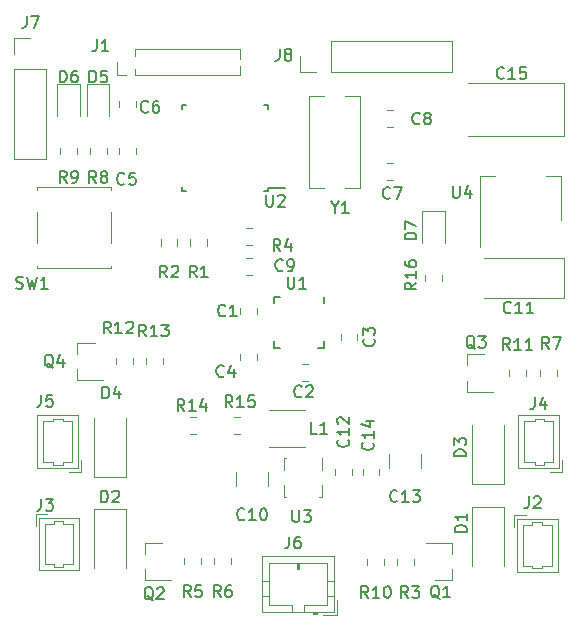
<source format=gbr>
G04 #@! TF.GenerationSoftware,KiCad,Pcbnew,(5.1.5-0-10_14)*
G04 #@! TF.CreationDate,2020-06-08T21:05:12+09:00*
G04 #@! TF.ProjectId,controller_system,636f6e74-726f-46c6-9c65-725f73797374,rev?*
G04 #@! TF.SameCoordinates,Original*
G04 #@! TF.FileFunction,Legend,Top*
G04 #@! TF.FilePolarity,Positive*
%FSLAX46Y46*%
G04 Gerber Fmt 4.6, Leading zero omitted, Abs format (unit mm)*
G04 Created by KiCad (PCBNEW (5.1.5-0-10_14)) date 2020-06-08 21:05:12*
%MOMM*%
%LPD*%
G04 APERTURE LIST*
%ADD10C,0.120000*%
%ADD11C,0.150000*%
G04 APERTURE END LIST*
D10*
X159485000Y-84610000D02*
X159485000Y-83807530D01*
X159485000Y-83192470D02*
X159485000Y-82390000D01*
X150660000Y-84610000D02*
X159485000Y-84610000D01*
X150660000Y-82390000D02*
X159485000Y-82390000D01*
X150660000Y-84610000D02*
X150660000Y-84063471D01*
X150660000Y-82936529D02*
X150660000Y-82390000D01*
X149900000Y-84610000D02*
X149140000Y-84610000D01*
X149140000Y-84610000D02*
X149140000Y-83500000D01*
X147140000Y-118580000D02*
X147140000Y-113600000D01*
X149860000Y-118580000D02*
X149860000Y-113600000D01*
X147140000Y-118580000D02*
X149860000Y-118580000D01*
X179140000Y-119180000D02*
X179140000Y-114200000D01*
X181860000Y-119180000D02*
X181860000Y-114200000D01*
X179140000Y-119180000D02*
X181860000Y-119180000D01*
X149860000Y-121320000D02*
X149860000Y-126300000D01*
X147140000Y-121320000D02*
X147140000Y-126300000D01*
X149860000Y-121320000D02*
X147140000Y-121320000D01*
X181860000Y-121170000D02*
X181860000Y-126150000D01*
X179140000Y-121170000D02*
X179140000Y-126150000D01*
X181860000Y-121170000D02*
X179140000Y-121170000D01*
D11*
X161875000Y-94375000D02*
X161875000Y-94150000D01*
X154625000Y-94375000D02*
X154625000Y-94050000D01*
X154625000Y-87125000D02*
X154625000Y-87450000D01*
X161875000Y-87125000D02*
X161875000Y-87450000D01*
X161875000Y-94375000D02*
X161550000Y-94375000D01*
X161875000Y-87125000D02*
X161550000Y-87125000D01*
X154625000Y-87125000D02*
X154950000Y-87125000D01*
X154625000Y-94375000D02*
X154950000Y-94375000D01*
X161875000Y-94150000D02*
X163300000Y-94150000D01*
D10*
X159540000Y-104303922D02*
X159540000Y-104821078D01*
X160960000Y-104303922D02*
X160960000Y-104821078D01*
X165258578Y-110460000D02*
X164741422Y-110460000D01*
X165258578Y-109040000D02*
X164741422Y-109040000D01*
X169460000Y-107008578D02*
X169460000Y-106491422D01*
X168040000Y-107008578D02*
X168040000Y-106491422D01*
X159540000Y-108696078D02*
X159540000Y-108178922D01*
X160960000Y-108696078D02*
X160960000Y-108178922D01*
X150710000Y-90741422D02*
X150710000Y-91258578D01*
X149290000Y-90741422D02*
X149290000Y-91258578D01*
X150710000Y-86741422D02*
X150710000Y-87258578D01*
X149290000Y-86741422D02*
X149290000Y-87258578D01*
X172508578Y-93460000D02*
X171991422Y-93460000D01*
X172508578Y-92040000D02*
X171991422Y-92040000D01*
X172508578Y-88960000D02*
X171991422Y-88960000D01*
X172508578Y-87540000D02*
X171991422Y-87540000D01*
X159991422Y-100040000D02*
X160508578Y-100040000D01*
X159991422Y-101460000D02*
X160508578Y-101460000D01*
X159140000Y-118201416D02*
X159140000Y-119405544D01*
X161860000Y-118201416D02*
X161860000Y-119405544D01*
X186960000Y-100040000D02*
X180200000Y-100040000D01*
X186960000Y-103460000D02*
X186960000Y-100040000D01*
X180200000Y-103460000D02*
X186960000Y-103460000D01*
X169010000Y-117906902D02*
X169010000Y-118424058D01*
X167590000Y-117906902D02*
X167590000Y-118424058D01*
X174860000Y-116647936D02*
X174860000Y-117852064D01*
X172140000Y-116647936D02*
X172140000Y-117852064D01*
X169890000Y-117906902D02*
X169890000Y-118424058D01*
X171310000Y-117906902D02*
X171310000Y-118424058D01*
X186910000Y-85240000D02*
X178850000Y-85240000D01*
X186910000Y-89760000D02*
X186910000Y-85240000D01*
X178850000Y-89760000D02*
X186910000Y-89760000D01*
X148460000Y-88000000D02*
X148460000Y-85315000D01*
X148460000Y-85315000D02*
X146540000Y-85315000D01*
X146540000Y-85315000D02*
X146540000Y-88000000D01*
X144040000Y-85315000D02*
X144040000Y-88000000D01*
X145960000Y-85315000D02*
X144040000Y-85315000D01*
X145960000Y-88000000D02*
X145960000Y-85315000D01*
X174940000Y-96115000D02*
X174940000Y-98800000D01*
X176860000Y-96115000D02*
X174940000Y-96115000D01*
X176860000Y-98800000D02*
X176860000Y-96115000D01*
X182700000Y-121850000D02*
X182700000Y-122850000D01*
X182700000Y-121850000D02*
X183700000Y-121850000D01*
X185900000Y-126100000D02*
X185900000Y-124375000D01*
X185050000Y-126100000D02*
X185900000Y-126100000D01*
X185050000Y-126300000D02*
X185050000Y-126100000D01*
X184250000Y-126300000D02*
X185050000Y-126300000D01*
X184250000Y-126100000D02*
X184250000Y-126300000D01*
X183500000Y-126100000D02*
X184250000Y-126100000D01*
X183500000Y-124375000D02*
X183500000Y-126100000D01*
X185900000Y-122650000D02*
X185900000Y-124375000D01*
X185050000Y-122650000D02*
X185900000Y-122650000D01*
X185050000Y-122450000D02*
X185050000Y-122650000D01*
X184250000Y-122450000D02*
X185050000Y-122450000D01*
X184250000Y-122650000D02*
X184250000Y-122450000D01*
X183500000Y-122650000D02*
X184250000Y-122650000D01*
X183500000Y-124375000D02*
X183500000Y-122650000D01*
X186410000Y-126610000D02*
X186410000Y-122140000D01*
X182990000Y-126610000D02*
X186410000Y-126610000D01*
X182990000Y-122140000D02*
X182990000Y-126610000D01*
X186410000Y-122140000D02*
X182990000Y-122140000D01*
X142200000Y-121750000D02*
X142200000Y-122750000D01*
X142200000Y-121750000D02*
X143200000Y-121750000D01*
X145400000Y-126000000D02*
X145400000Y-124275000D01*
X144550000Y-126000000D02*
X145400000Y-126000000D01*
X144550000Y-126200000D02*
X144550000Y-126000000D01*
X143750000Y-126200000D02*
X144550000Y-126200000D01*
X143750000Y-126000000D02*
X143750000Y-126200000D01*
X143000000Y-126000000D02*
X143750000Y-126000000D01*
X143000000Y-124275000D02*
X143000000Y-126000000D01*
X145400000Y-122550000D02*
X145400000Y-124275000D01*
X144550000Y-122550000D02*
X145400000Y-122550000D01*
X144550000Y-122350000D02*
X144550000Y-122550000D01*
X143750000Y-122350000D02*
X144550000Y-122350000D01*
X143750000Y-122550000D02*
X143750000Y-122350000D01*
X143000000Y-122550000D02*
X143750000Y-122550000D01*
X143000000Y-124275000D02*
X143000000Y-122550000D01*
X145910000Y-126510000D02*
X145910000Y-122040000D01*
X142490000Y-126510000D02*
X145910000Y-126510000D01*
X142490000Y-122040000D02*
X142490000Y-126510000D01*
X145910000Y-122040000D02*
X142490000Y-122040000D01*
X183090000Y-117860000D02*
X186510000Y-117860000D01*
X186510000Y-117860000D02*
X186510000Y-113390000D01*
X186510000Y-113390000D02*
X183090000Y-113390000D01*
X183090000Y-113390000D02*
X183090000Y-117860000D01*
X186000000Y-115625000D02*
X186000000Y-117350000D01*
X186000000Y-117350000D02*
X185250000Y-117350000D01*
X185250000Y-117350000D02*
X185250000Y-117550000D01*
X185250000Y-117550000D02*
X184450000Y-117550000D01*
X184450000Y-117550000D02*
X184450000Y-117350000D01*
X184450000Y-117350000D02*
X183600000Y-117350000D01*
X183600000Y-117350000D02*
X183600000Y-115625000D01*
X186000000Y-115625000D02*
X186000000Y-113900000D01*
X186000000Y-113900000D02*
X185250000Y-113900000D01*
X185250000Y-113900000D02*
X185250000Y-113700000D01*
X185250000Y-113700000D02*
X184450000Y-113700000D01*
X184450000Y-113700000D02*
X184450000Y-113900000D01*
X184450000Y-113900000D02*
X183600000Y-113900000D01*
X183600000Y-113900000D02*
X183600000Y-115625000D01*
X186800000Y-118150000D02*
X185800000Y-118150000D01*
X186800000Y-118150000D02*
X186800000Y-117150000D01*
X146050000Y-118150000D02*
X146050000Y-117150000D01*
X146050000Y-118150000D02*
X145050000Y-118150000D01*
X142850000Y-113900000D02*
X142850000Y-115625000D01*
X143700000Y-113900000D02*
X142850000Y-113900000D01*
X143700000Y-113700000D02*
X143700000Y-113900000D01*
X144500000Y-113700000D02*
X143700000Y-113700000D01*
X144500000Y-113900000D02*
X144500000Y-113700000D01*
X145250000Y-113900000D02*
X144500000Y-113900000D01*
X145250000Y-115625000D02*
X145250000Y-113900000D01*
X142850000Y-117350000D02*
X142850000Y-115625000D01*
X143700000Y-117350000D02*
X142850000Y-117350000D01*
X143700000Y-117550000D02*
X143700000Y-117350000D01*
X144500000Y-117550000D02*
X143700000Y-117550000D01*
X144500000Y-117350000D02*
X144500000Y-117550000D01*
X145250000Y-117350000D02*
X144500000Y-117350000D01*
X145250000Y-115625000D02*
X145250000Y-117350000D01*
X142340000Y-113390000D02*
X142340000Y-117860000D01*
X145760000Y-113390000D02*
X142340000Y-113390000D01*
X145760000Y-117860000D02*
X145760000Y-113390000D01*
X142340000Y-117860000D02*
X145760000Y-117860000D01*
X167460000Y-130010000D02*
X167460000Y-125290000D01*
X167460000Y-125290000D02*
X161340000Y-125290000D01*
X161340000Y-125290000D02*
X161340000Y-130010000D01*
X161340000Y-130010000D02*
X167460000Y-130010000D01*
X165700000Y-130010000D02*
X165700000Y-130210000D01*
X165700000Y-130210000D02*
X166000000Y-130210000D01*
X166000000Y-130210000D02*
X166000000Y-130010000D01*
X165700000Y-130110000D02*
X166000000Y-130110000D01*
X164900000Y-130010000D02*
X164900000Y-129400000D01*
X164900000Y-129400000D02*
X166850000Y-129400000D01*
X166850000Y-129400000D02*
X166850000Y-125900000D01*
X166850000Y-125900000D02*
X161950000Y-125900000D01*
X161950000Y-125900000D02*
X161950000Y-129400000D01*
X161950000Y-129400000D02*
X163900000Y-129400000D01*
X163900000Y-129400000D02*
X163900000Y-130010000D01*
X167460000Y-128700000D02*
X166850000Y-128700000D01*
X167460000Y-127400000D02*
X166850000Y-127400000D01*
X161340000Y-128700000D02*
X161950000Y-128700000D01*
X161340000Y-127400000D02*
X161950000Y-127400000D01*
X164500000Y-125900000D02*
X164500000Y-126400000D01*
X164500000Y-126400000D02*
X164300000Y-126400000D01*
X164300000Y-126400000D02*
X164300000Y-125900000D01*
X164400000Y-125900000D02*
X164400000Y-126400000D01*
X166510000Y-130310000D02*
X167760000Y-130310000D01*
X167760000Y-130310000D02*
X167760000Y-129060000D01*
X140420000Y-91700000D02*
X143080000Y-91700000D01*
X140420000Y-84020000D02*
X140420000Y-91700000D01*
X143080000Y-84020000D02*
X143080000Y-91700000D01*
X140420000Y-84020000D02*
X143080000Y-84020000D01*
X140420000Y-82750000D02*
X140420000Y-81420000D01*
X140420000Y-81420000D02*
X141750000Y-81420000D01*
X177450000Y-84330000D02*
X177450000Y-81670000D01*
X167230000Y-84330000D02*
X177450000Y-84330000D01*
X167230000Y-81670000D02*
X177450000Y-81670000D01*
X167230000Y-84330000D02*
X167230000Y-81670000D01*
X165960000Y-84330000D02*
X164630000Y-84330000D01*
X164630000Y-84330000D02*
X164630000Y-83000000D01*
X162000000Y-112900000D02*
X165000000Y-112900000D01*
X162000000Y-116100000D02*
X165000000Y-116100000D01*
X177460000Y-127330000D02*
X176000000Y-127330000D01*
X177460000Y-124170000D02*
X175300000Y-124170000D01*
X177460000Y-124170000D02*
X177460000Y-125100000D01*
X177460000Y-127330000D02*
X177460000Y-126400000D01*
X151490000Y-124170000D02*
X151490000Y-125100000D01*
X151490000Y-127330000D02*
X151490000Y-126400000D01*
X151490000Y-127330000D02*
X153650000Y-127330000D01*
X151490000Y-124170000D02*
X152950000Y-124170000D01*
X178740000Y-108220000D02*
X180200000Y-108220000D01*
X178740000Y-111380000D02*
X180900000Y-111380000D01*
X178740000Y-111380000D02*
X178740000Y-110450000D01*
X178740000Y-108220000D02*
X178740000Y-109150000D01*
X145740000Y-107220000D02*
X145740000Y-108150000D01*
X145740000Y-110380000D02*
X145740000Y-109450000D01*
X145740000Y-110380000D02*
X147900000Y-110380000D01*
X145740000Y-107220000D02*
X147200000Y-107220000D01*
X156710000Y-99008578D02*
X156710000Y-98491422D01*
X155290000Y-99008578D02*
X155290000Y-98491422D01*
X154210000Y-99008578D02*
X154210000Y-98491422D01*
X152790000Y-99008578D02*
X152790000Y-98491422D01*
X174210000Y-126058578D02*
X174210000Y-125541422D01*
X172790000Y-126058578D02*
X172790000Y-125541422D01*
X160508578Y-97540000D02*
X159991422Y-97540000D01*
X160508578Y-98960000D02*
X159991422Y-98960000D01*
X154790000Y-125491422D02*
X154790000Y-126008578D01*
X156210000Y-125491422D02*
X156210000Y-126008578D01*
X157290000Y-126008578D02*
X157290000Y-125491422D01*
X158710000Y-126008578D02*
X158710000Y-125491422D01*
X186310000Y-110058578D02*
X186310000Y-109541422D01*
X184890000Y-110058578D02*
X184890000Y-109541422D01*
X146790000Y-90741422D02*
X146790000Y-91258578D01*
X148210000Y-90741422D02*
X148210000Y-91258578D01*
X145710000Y-90741422D02*
X145710000Y-91258578D01*
X144290000Y-90741422D02*
X144290000Y-91258578D01*
X171710000Y-125541422D02*
X171710000Y-126058578D01*
X170290000Y-125541422D02*
X170290000Y-126058578D01*
X183710000Y-109541422D02*
X183710000Y-110058578D01*
X182290000Y-109541422D02*
X182290000Y-110058578D01*
X150460000Y-109058578D02*
X150460000Y-108541422D01*
X149040000Y-109058578D02*
X149040000Y-108541422D01*
X152960000Y-108541422D02*
X152960000Y-109058578D01*
X151540000Y-108541422D02*
X151540000Y-109058578D01*
X155241422Y-114960000D02*
X155758578Y-114960000D01*
X155241422Y-113540000D02*
X155758578Y-113540000D01*
X158991422Y-113540000D02*
X159508578Y-113540000D01*
X158991422Y-114960000D02*
X159508578Y-114960000D01*
X175190000Y-101478922D02*
X175190000Y-101996078D01*
X176610000Y-101478922D02*
X176610000Y-101996078D01*
D11*
X166650000Y-107650000D02*
X166125000Y-107650000D01*
X162350000Y-103350000D02*
X162875000Y-103350000D01*
X162350000Y-107650000D02*
X162875000Y-107650000D01*
X166650000Y-103350000D02*
X166650000Y-103875000D01*
X162350000Y-103350000D02*
X162350000Y-103875000D01*
X162350000Y-107650000D02*
X162350000Y-107125000D01*
X166650000Y-107650000D02*
X166650000Y-107125000D01*
D10*
X163215881Y-119304881D02*
X163215881Y-120279881D01*
X166465881Y-117029881D02*
X166465881Y-118004881D01*
X166465881Y-119304881D02*
X166465881Y-120279881D01*
X163215881Y-117029881D02*
X163215881Y-118004881D01*
X166240881Y-120279881D02*
X166465881Y-120279881D01*
X163440881Y-120279881D02*
X163215881Y-120279881D01*
X163215881Y-117029881D02*
X163440881Y-117029881D01*
X179840000Y-99100000D02*
X179840000Y-93090000D01*
X186660000Y-96850000D02*
X186660000Y-93090000D01*
X179840000Y-93090000D02*
X181100000Y-93090000D01*
X186660000Y-93090000D02*
X185400000Y-93090000D01*
X165330000Y-94170000D02*
X165330000Y-86330000D01*
X165330000Y-94170000D02*
X166600000Y-94170000D01*
X165330000Y-86330000D02*
X166600000Y-86330000D01*
X169670000Y-94170000D02*
X169670000Y-86330000D01*
X169670000Y-94170000D02*
X168400000Y-94170000D01*
X169670000Y-86330000D02*
X168400000Y-86330000D01*
X142325000Y-94300000D02*
X142325000Y-94050000D01*
X142325000Y-94050000D02*
X148625000Y-94050000D01*
X148625000Y-94050000D02*
X148625000Y-94300000D01*
X142325000Y-98800000D02*
X142325000Y-96200000D01*
X148625000Y-100700000D02*
X148625000Y-100950000D01*
X148625000Y-100950000D02*
X142325000Y-100950000D01*
X142325000Y-100950000D02*
X142325000Y-100700000D01*
X148625000Y-96200000D02*
X148625000Y-98800000D01*
D11*
X147366666Y-81552380D02*
X147366666Y-82266666D01*
X147319047Y-82409523D01*
X147223809Y-82504761D01*
X147080952Y-82552380D01*
X146985714Y-82552380D01*
X148366666Y-82552380D02*
X147795238Y-82552380D01*
X148080952Y-82552380D02*
X148080952Y-81552380D01*
X147985714Y-81695238D01*
X147890476Y-81790476D01*
X147795238Y-81838095D01*
X147861904Y-111952380D02*
X147861904Y-110952380D01*
X148100000Y-110952380D01*
X148242857Y-111000000D01*
X148338095Y-111095238D01*
X148385714Y-111190476D01*
X148433333Y-111380952D01*
X148433333Y-111523809D01*
X148385714Y-111714285D01*
X148338095Y-111809523D01*
X148242857Y-111904761D01*
X148100000Y-111952380D01*
X147861904Y-111952380D01*
X149290476Y-111285714D02*
X149290476Y-111952380D01*
X149052380Y-110904761D02*
X148814285Y-111619047D01*
X149433333Y-111619047D01*
X178652380Y-116838095D02*
X177652380Y-116838095D01*
X177652380Y-116600000D01*
X177700000Y-116457142D01*
X177795238Y-116361904D01*
X177890476Y-116314285D01*
X178080952Y-116266666D01*
X178223809Y-116266666D01*
X178414285Y-116314285D01*
X178509523Y-116361904D01*
X178604761Y-116457142D01*
X178652380Y-116600000D01*
X178652380Y-116838095D01*
X177652380Y-115933333D02*
X177652380Y-115314285D01*
X178033333Y-115647619D01*
X178033333Y-115504761D01*
X178080952Y-115409523D01*
X178128571Y-115361904D01*
X178223809Y-115314285D01*
X178461904Y-115314285D01*
X178557142Y-115361904D01*
X178604761Y-115409523D01*
X178652380Y-115504761D01*
X178652380Y-115790476D01*
X178604761Y-115885714D01*
X178557142Y-115933333D01*
X147761904Y-120752380D02*
X147761904Y-119752380D01*
X148000000Y-119752380D01*
X148142857Y-119800000D01*
X148238095Y-119895238D01*
X148285714Y-119990476D01*
X148333333Y-120180952D01*
X148333333Y-120323809D01*
X148285714Y-120514285D01*
X148238095Y-120609523D01*
X148142857Y-120704761D01*
X148000000Y-120752380D01*
X147761904Y-120752380D01*
X148714285Y-119847619D02*
X148761904Y-119800000D01*
X148857142Y-119752380D01*
X149095238Y-119752380D01*
X149190476Y-119800000D01*
X149238095Y-119847619D01*
X149285714Y-119942857D01*
X149285714Y-120038095D01*
X149238095Y-120180952D01*
X148666666Y-120752380D01*
X149285714Y-120752380D01*
X178702380Y-123238095D02*
X177702380Y-123238095D01*
X177702380Y-123000000D01*
X177750000Y-122857142D01*
X177845238Y-122761904D01*
X177940476Y-122714285D01*
X178130952Y-122666666D01*
X178273809Y-122666666D01*
X178464285Y-122714285D01*
X178559523Y-122761904D01*
X178654761Y-122857142D01*
X178702380Y-123000000D01*
X178702380Y-123238095D01*
X178702380Y-121714285D02*
X178702380Y-122285714D01*
X178702380Y-122000000D02*
X177702380Y-122000000D01*
X177845238Y-122095238D01*
X177940476Y-122190476D01*
X177988095Y-122285714D01*
X161738095Y-94702380D02*
X161738095Y-95511904D01*
X161785714Y-95607142D01*
X161833333Y-95654761D01*
X161928571Y-95702380D01*
X162119047Y-95702380D01*
X162214285Y-95654761D01*
X162261904Y-95607142D01*
X162309523Y-95511904D01*
X162309523Y-94702380D01*
X162738095Y-94797619D02*
X162785714Y-94750000D01*
X162880952Y-94702380D01*
X163119047Y-94702380D01*
X163214285Y-94750000D01*
X163261904Y-94797619D01*
X163309523Y-94892857D01*
X163309523Y-94988095D01*
X163261904Y-95130952D01*
X162690476Y-95702380D01*
X163309523Y-95702380D01*
X158283333Y-104919642D02*
X158235714Y-104967261D01*
X158092857Y-105014880D01*
X157997619Y-105014880D01*
X157854761Y-104967261D01*
X157759523Y-104872023D01*
X157711904Y-104776785D01*
X157664285Y-104586309D01*
X157664285Y-104443452D01*
X157711904Y-104252976D01*
X157759523Y-104157738D01*
X157854761Y-104062500D01*
X157997619Y-104014880D01*
X158092857Y-104014880D01*
X158235714Y-104062500D01*
X158283333Y-104110119D01*
X159235714Y-105014880D02*
X158664285Y-105014880D01*
X158950000Y-105014880D02*
X158950000Y-104014880D01*
X158854761Y-104157738D01*
X158759523Y-104252976D01*
X158664285Y-104300595D01*
X164733333Y-111757142D02*
X164685714Y-111804761D01*
X164542857Y-111852380D01*
X164447619Y-111852380D01*
X164304761Y-111804761D01*
X164209523Y-111709523D01*
X164161904Y-111614285D01*
X164114285Y-111423809D01*
X164114285Y-111280952D01*
X164161904Y-111090476D01*
X164209523Y-110995238D01*
X164304761Y-110900000D01*
X164447619Y-110852380D01*
X164542857Y-110852380D01*
X164685714Y-110900000D01*
X164733333Y-110947619D01*
X165114285Y-110947619D02*
X165161904Y-110900000D01*
X165257142Y-110852380D01*
X165495238Y-110852380D01*
X165590476Y-110900000D01*
X165638095Y-110947619D01*
X165685714Y-111042857D01*
X165685714Y-111138095D01*
X165638095Y-111280952D01*
X165066666Y-111852380D01*
X165685714Y-111852380D01*
X170844502Y-106904206D02*
X170892121Y-106951825D01*
X170939740Y-107094682D01*
X170939740Y-107189920D01*
X170892121Y-107332778D01*
X170796883Y-107428016D01*
X170701645Y-107475635D01*
X170511169Y-107523254D01*
X170368312Y-107523254D01*
X170177836Y-107475635D01*
X170082598Y-107428016D01*
X169987360Y-107332778D01*
X169939740Y-107189920D01*
X169939740Y-107094682D01*
X169987360Y-106951825D01*
X170034979Y-106904206D01*
X169939740Y-106570873D02*
X169939740Y-105951825D01*
X170320693Y-106285159D01*
X170320693Y-106142301D01*
X170368312Y-106047063D01*
X170415931Y-105999444D01*
X170511169Y-105951825D01*
X170749264Y-105951825D01*
X170844502Y-105999444D01*
X170892121Y-106047063D01*
X170939740Y-106142301D01*
X170939740Y-106428016D01*
X170892121Y-106523254D01*
X170844502Y-106570873D01*
X158133333Y-110057142D02*
X158085714Y-110104761D01*
X157942857Y-110152380D01*
X157847619Y-110152380D01*
X157704761Y-110104761D01*
X157609523Y-110009523D01*
X157561904Y-109914285D01*
X157514285Y-109723809D01*
X157514285Y-109580952D01*
X157561904Y-109390476D01*
X157609523Y-109295238D01*
X157704761Y-109200000D01*
X157847619Y-109152380D01*
X157942857Y-109152380D01*
X158085714Y-109200000D01*
X158133333Y-109247619D01*
X158990476Y-109485714D02*
X158990476Y-110152380D01*
X158752380Y-109104761D02*
X158514285Y-109819047D01*
X159133333Y-109819047D01*
X149733333Y-93757142D02*
X149685714Y-93804761D01*
X149542857Y-93852380D01*
X149447619Y-93852380D01*
X149304761Y-93804761D01*
X149209523Y-93709523D01*
X149161904Y-93614285D01*
X149114285Y-93423809D01*
X149114285Y-93280952D01*
X149161904Y-93090476D01*
X149209523Y-92995238D01*
X149304761Y-92900000D01*
X149447619Y-92852380D01*
X149542857Y-92852380D01*
X149685714Y-92900000D01*
X149733333Y-92947619D01*
X150638095Y-92852380D02*
X150161904Y-92852380D01*
X150114285Y-93328571D01*
X150161904Y-93280952D01*
X150257142Y-93233333D01*
X150495238Y-93233333D01*
X150590476Y-93280952D01*
X150638095Y-93328571D01*
X150685714Y-93423809D01*
X150685714Y-93661904D01*
X150638095Y-93757142D01*
X150590476Y-93804761D01*
X150495238Y-93852380D01*
X150257142Y-93852380D01*
X150161904Y-93804761D01*
X150114285Y-93757142D01*
X151733333Y-87657142D02*
X151685714Y-87704761D01*
X151542857Y-87752380D01*
X151447619Y-87752380D01*
X151304761Y-87704761D01*
X151209523Y-87609523D01*
X151161904Y-87514285D01*
X151114285Y-87323809D01*
X151114285Y-87180952D01*
X151161904Y-86990476D01*
X151209523Y-86895238D01*
X151304761Y-86800000D01*
X151447619Y-86752380D01*
X151542857Y-86752380D01*
X151685714Y-86800000D01*
X151733333Y-86847619D01*
X152590476Y-86752380D02*
X152400000Y-86752380D01*
X152304761Y-86800000D01*
X152257142Y-86847619D01*
X152161904Y-86990476D01*
X152114285Y-87180952D01*
X152114285Y-87561904D01*
X152161904Y-87657142D01*
X152209523Y-87704761D01*
X152304761Y-87752380D01*
X152495238Y-87752380D01*
X152590476Y-87704761D01*
X152638095Y-87657142D01*
X152685714Y-87561904D01*
X152685714Y-87323809D01*
X152638095Y-87228571D01*
X152590476Y-87180952D01*
X152495238Y-87133333D01*
X152304761Y-87133333D01*
X152209523Y-87180952D01*
X152161904Y-87228571D01*
X152114285Y-87323809D01*
X172233333Y-94957142D02*
X172185714Y-95004761D01*
X172042857Y-95052380D01*
X171947619Y-95052380D01*
X171804761Y-95004761D01*
X171709523Y-94909523D01*
X171661904Y-94814285D01*
X171614285Y-94623809D01*
X171614285Y-94480952D01*
X171661904Y-94290476D01*
X171709523Y-94195238D01*
X171804761Y-94100000D01*
X171947619Y-94052380D01*
X172042857Y-94052380D01*
X172185714Y-94100000D01*
X172233333Y-94147619D01*
X172566666Y-94052380D02*
X173233333Y-94052380D01*
X172804761Y-95052380D01*
X174733333Y-88657142D02*
X174685714Y-88704761D01*
X174542857Y-88752380D01*
X174447619Y-88752380D01*
X174304761Y-88704761D01*
X174209523Y-88609523D01*
X174161904Y-88514285D01*
X174114285Y-88323809D01*
X174114285Y-88180952D01*
X174161904Y-87990476D01*
X174209523Y-87895238D01*
X174304761Y-87800000D01*
X174447619Y-87752380D01*
X174542857Y-87752380D01*
X174685714Y-87800000D01*
X174733333Y-87847619D01*
X175304761Y-88180952D02*
X175209523Y-88133333D01*
X175161904Y-88085714D01*
X175114285Y-87990476D01*
X175114285Y-87942857D01*
X175161904Y-87847619D01*
X175209523Y-87800000D01*
X175304761Y-87752380D01*
X175495238Y-87752380D01*
X175590476Y-87800000D01*
X175638095Y-87847619D01*
X175685714Y-87942857D01*
X175685714Y-87990476D01*
X175638095Y-88085714D01*
X175590476Y-88133333D01*
X175495238Y-88180952D01*
X175304761Y-88180952D01*
X175209523Y-88228571D01*
X175161904Y-88276190D01*
X175114285Y-88371428D01*
X175114285Y-88561904D01*
X175161904Y-88657142D01*
X175209523Y-88704761D01*
X175304761Y-88752380D01*
X175495238Y-88752380D01*
X175590476Y-88704761D01*
X175638095Y-88657142D01*
X175685714Y-88561904D01*
X175685714Y-88371428D01*
X175638095Y-88276190D01*
X175590476Y-88228571D01*
X175495238Y-88180952D01*
X163133333Y-101082142D02*
X163085714Y-101129761D01*
X162942857Y-101177380D01*
X162847619Y-101177380D01*
X162704761Y-101129761D01*
X162609523Y-101034523D01*
X162561904Y-100939285D01*
X162514285Y-100748809D01*
X162514285Y-100605952D01*
X162561904Y-100415476D01*
X162609523Y-100320238D01*
X162704761Y-100225000D01*
X162847619Y-100177380D01*
X162942857Y-100177380D01*
X163085714Y-100225000D01*
X163133333Y-100272619D01*
X163609523Y-101177380D02*
X163800000Y-101177380D01*
X163895238Y-101129761D01*
X163942857Y-101082142D01*
X164038095Y-100939285D01*
X164085714Y-100748809D01*
X164085714Y-100367857D01*
X164038095Y-100272619D01*
X163990476Y-100225000D01*
X163895238Y-100177380D01*
X163704761Y-100177380D01*
X163609523Y-100225000D01*
X163561904Y-100272619D01*
X163514285Y-100367857D01*
X163514285Y-100605952D01*
X163561904Y-100701190D01*
X163609523Y-100748809D01*
X163704761Y-100796428D01*
X163895238Y-100796428D01*
X163990476Y-100748809D01*
X164038095Y-100701190D01*
X164085714Y-100605952D01*
X159880662Y-122157142D02*
X159833043Y-122204761D01*
X159690186Y-122252380D01*
X159594948Y-122252380D01*
X159452091Y-122204761D01*
X159356853Y-122109523D01*
X159309234Y-122014285D01*
X159261615Y-121823809D01*
X159261615Y-121680952D01*
X159309234Y-121490476D01*
X159356853Y-121395238D01*
X159452091Y-121300000D01*
X159594948Y-121252380D01*
X159690186Y-121252380D01*
X159833043Y-121300000D01*
X159880662Y-121347619D01*
X160833043Y-122252380D02*
X160261615Y-122252380D01*
X160547329Y-122252380D02*
X160547329Y-121252380D01*
X160452091Y-121395238D01*
X160356853Y-121490476D01*
X160261615Y-121538095D01*
X161452091Y-121252380D02*
X161547329Y-121252380D01*
X161642567Y-121300000D01*
X161690186Y-121347619D01*
X161737805Y-121442857D01*
X161785424Y-121633333D01*
X161785424Y-121871428D01*
X161737805Y-122061904D01*
X161690186Y-122157142D01*
X161642567Y-122204761D01*
X161547329Y-122252380D01*
X161452091Y-122252380D01*
X161356853Y-122204761D01*
X161309234Y-122157142D01*
X161261615Y-122061904D01*
X161213996Y-121871428D01*
X161213996Y-121633333D01*
X161261615Y-121442857D01*
X161309234Y-121347619D01*
X161356853Y-121300000D01*
X161452091Y-121252380D01*
X182457142Y-104657142D02*
X182409523Y-104704761D01*
X182266666Y-104752380D01*
X182171428Y-104752380D01*
X182028571Y-104704761D01*
X181933333Y-104609523D01*
X181885714Y-104514285D01*
X181838095Y-104323809D01*
X181838095Y-104180952D01*
X181885714Y-103990476D01*
X181933333Y-103895238D01*
X182028571Y-103800000D01*
X182171428Y-103752380D01*
X182266666Y-103752380D01*
X182409523Y-103800000D01*
X182457142Y-103847619D01*
X183409523Y-104752380D02*
X182838095Y-104752380D01*
X183123809Y-104752380D02*
X183123809Y-103752380D01*
X183028571Y-103895238D01*
X182933333Y-103990476D01*
X182838095Y-104038095D01*
X184361904Y-104752380D02*
X183790476Y-104752380D01*
X184076190Y-104752380D02*
X184076190Y-103752380D01*
X183980952Y-103895238D01*
X183885714Y-103990476D01*
X183790476Y-104038095D01*
X168657142Y-115442857D02*
X168704761Y-115490476D01*
X168752380Y-115633333D01*
X168752380Y-115728571D01*
X168704761Y-115871428D01*
X168609523Y-115966666D01*
X168514285Y-116014285D01*
X168323809Y-116061904D01*
X168180952Y-116061904D01*
X167990476Y-116014285D01*
X167895238Y-115966666D01*
X167800000Y-115871428D01*
X167752380Y-115728571D01*
X167752380Y-115633333D01*
X167800000Y-115490476D01*
X167847619Y-115442857D01*
X168752380Y-114490476D02*
X168752380Y-115061904D01*
X168752380Y-114776190D02*
X167752380Y-114776190D01*
X167895238Y-114871428D01*
X167990476Y-114966666D01*
X168038095Y-115061904D01*
X167847619Y-114109523D02*
X167800000Y-114061904D01*
X167752380Y-113966666D01*
X167752380Y-113728571D01*
X167800000Y-113633333D01*
X167847619Y-113585714D01*
X167942857Y-113538095D01*
X168038095Y-113538095D01*
X168180952Y-113585714D01*
X168752380Y-114157142D01*
X168752380Y-113538095D01*
X172844442Y-120626742D02*
X172796823Y-120674361D01*
X172653966Y-120721980D01*
X172558728Y-120721980D01*
X172415871Y-120674361D01*
X172320633Y-120579123D01*
X172273014Y-120483885D01*
X172225395Y-120293409D01*
X172225395Y-120150552D01*
X172273014Y-119960076D01*
X172320633Y-119864838D01*
X172415871Y-119769600D01*
X172558728Y-119721980D01*
X172653966Y-119721980D01*
X172796823Y-119769600D01*
X172844442Y-119817219D01*
X173796823Y-120721980D02*
X173225395Y-120721980D01*
X173511109Y-120721980D02*
X173511109Y-119721980D01*
X173415871Y-119864838D01*
X173320633Y-119960076D01*
X173225395Y-120007695D01*
X174130157Y-119721980D02*
X174749204Y-119721980D01*
X174415871Y-120102933D01*
X174558728Y-120102933D01*
X174653966Y-120150552D01*
X174701585Y-120198171D01*
X174749204Y-120293409D01*
X174749204Y-120531504D01*
X174701585Y-120626742D01*
X174653966Y-120674361D01*
X174558728Y-120721980D01*
X174273014Y-120721980D01*
X174177776Y-120674361D01*
X174130157Y-120626742D01*
X170739062Y-115692857D02*
X170786681Y-115740476D01*
X170834300Y-115883333D01*
X170834300Y-115978571D01*
X170786681Y-116121428D01*
X170691443Y-116216666D01*
X170596205Y-116264285D01*
X170405729Y-116311904D01*
X170262872Y-116311904D01*
X170072396Y-116264285D01*
X169977158Y-116216666D01*
X169881920Y-116121428D01*
X169834300Y-115978571D01*
X169834300Y-115883333D01*
X169881920Y-115740476D01*
X169929539Y-115692857D01*
X170834300Y-114740476D02*
X170834300Y-115311904D01*
X170834300Y-115026190D02*
X169834300Y-115026190D01*
X169977158Y-115121428D01*
X170072396Y-115216666D01*
X170120015Y-115311904D01*
X170167634Y-113883333D02*
X170834300Y-113883333D01*
X169786681Y-114121428D02*
X170500967Y-114359523D01*
X170500967Y-113740476D01*
X181857142Y-84814222D02*
X181809523Y-84861841D01*
X181666666Y-84909460D01*
X181571428Y-84909460D01*
X181428571Y-84861841D01*
X181333333Y-84766603D01*
X181285714Y-84671365D01*
X181238095Y-84480889D01*
X181238095Y-84338032D01*
X181285714Y-84147556D01*
X181333333Y-84052318D01*
X181428571Y-83957080D01*
X181571428Y-83909460D01*
X181666666Y-83909460D01*
X181809523Y-83957080D01*
X181857142Y-84004699D01*
X182809523Y-84909460D02*
X182238095Y-84909460D01*
X182523809Y-84909460D02*
X182523809Y-83909460D01*
X182428571Y-84052318D01*
X182333333Y-84147556D01*
X182238095Y-84195175D01*
X183714285Y-83909460D02*
X183238095Y-83909460D01*
X183190476Y-84385651D01*
X183238095Y-84338032D01*
X183333333Y-84290413D01*
X183571428Y-84290413D01*
X183666666Y-84338032D01*
X183714285Y-84385651D01*
X183761904Y-84480889D01*
X183761904Y-84718984D01*
X183714285Y-84814222D01*
X183666666Y-84861841D01*
X183571428Y-84909460D01*
X183333333Y-84909460D01*
X183238095Y-84861841D01*
X183190476Y-84814222D01*
X146761904Y-85202380D02*
X146761904Y-84202380D01*
X147000000Y-84202380D01*
X147142857Y-84250000D01*
X147238095Y-84345238D01*
X147285714Y-84440476D01*
X147333333Y-84630952D01*
X147333333Y-84773809D01*
X147285714Y-84964285D01*
X147238095Y-85059523D01*
X147142857Y-85154761D01*
X147000000Y-85202380D01*
X146761904Y-85202380D01*
X148238095Y-84202380D02*
X147761904Y-84202380D01*
X147714285Y-84678571D01*
X147761904Y-84630952D01*
X147857142Y-84583333D01*
X148095238Y-84583333D01*
X148190476Y-84630952D01*
X148238095Y-84678571D01*
X148285714Y-84773809D01*
X148285714Y-85011904D01*
X148238095Y-85107142D01*
X148190476Y-85154761D01*
X148095238Y-85202380D01*
X147857142Y-85202380D01*
X147761904Y-85154761D01*
X147714285Y-85107142D01*
X144261904Y-85202380D02*
X144261904Y-84202380D01*
X144500000Y-84202380D01*
X144642857Y-84250000D01*
X144738095Y-84345238D01*
X144785714Y-84440476D01*
X144833333Y-84630952D01*
X144833333Y-84773809D01*
X144785714Y-84964285D01*
X144738095Y-85059523D01*
X144642857Y-85154761D01*
X144500000Y-85202380D01*
X144261904Y-85202380D01*
X145690476Y-84202380D02*
X145500000Y-84202380D01*
X145404761Y-84250000D01*
X145357142Y-84297619D01*
X145261904Y-84440476D01*
X145214285Y-84630952D01*
X145214285Y-85011904D01*
X145261904Y-85107142D01*
X145309523Y-85154761D01*
X145404761Y-85202380D01*
X145595238Y-85202380D01*
X145690476Y-85154761D01*
X145738095Y-85107142D01*
X145785714Y-85011904D01*
X145785714Y-84773809D01*
X145738095Y-84678571D01*
X145690476Y-84630952D01*
X145595238Y-84583333D01*
X145404761Y-84583333D01*
X145309523Y-84630952D01*
X145261904Y-84678571D01*
X145214285Y-84773809D01*
X174452380Y-98488095D02*
X173452380Y-98488095D01*
X173452380Y-98250000D01*
X173500000Y-98107142D01*
X173595238Y-98011904D01*
X173690476Y-97964285D01*
X173880952Y-97916666D01*
X174023809Y-97916666D01*
X174214285Y-97964285D01*
X174309523Y-98011904D01*
X174404761Y-98107142D01*
X174452380Y-98250000D01*
X174452380Y-98488095D01*
X173452380Y-97583333D02*
X173452380Y-96916666D01*
X174452380Y-97345238D01*
X183966666Y-120252380D02*
X183966666Y-120966666D01*
X183919047Y-121109523D01*
X183823809Y-121204761D01*
X183680952Y-121252380D01*
X183585714Y-121252380D01*
X184395238Y-120347619D02*
X184442857Y-120300000D01*
X184538095Y-120252380D01*
X184776190Y-120252380D01*
X184871428Y-120300000D01*
X184919047Y-120347619D01*
X184966666Y-120442857D01*
X184966666Y-120538095D01*
X184919047Y-120680952D01*
X184347619Y-121252380D01*
X184966666Y-121252380D01*
X142666666Y-120452380D02*
X142666666Y-121166666D01*
X142619047Y-121309523D01*
X142523809Y-121404761D01*
X142380952Y-121452380D01*
X142285714Y-121452380D01*
X143047619Y-120452380D02*
X143666666Y-120452380D01*
X143333333Y-120833333D01*
X143476190Y-120833333D01*
X143571428Y-120880952D01*
X143619047Y-120928571D01*
X143666666Y-121023809D01*
X143666666Y-121261904D01*
X143619047Y-121357142D01*
X143571428Y-121404761D01*
X143476190Y-121452380D01*
X143190476Y-121452380D01*
X143095238Y-121404761D01*
X143047619Y-121357142D01*
X184466666Y-111852380D02*
X184466666Y-112566666D01*
X184419047Y-112709523D01*
X184323809Y-112804761D01*
X184180952Y-112852380D01*
X184085714Y-112852380D01*
X185371428Y-112185714D02*
X185371428Y-112852380D01*
X185133333Y-111804761D02*
X184895238Y-112519047D01*
X185514285Y-112519047D01*
X142666666Y-111652380D02*
X142666666Y-112366666D01*
X142619047Y-112509523D01*
X142523809Y-112604761D01*
X142380952Y-112652380D01*
X142285714Y-112652380D01*
X143619047Y-111652380D02*
X143142857Y-111652380D01*
X143095238Y-112128571D01*
X143142857Y-112080952D01*
X143238095Y-112033333D01*
X143476190Y-112033333D01*
X143571428Y-112080952D01*
X143619047Y-112128571D01*
X143666666Y-112223809D01*
X143666666Y-112461904D01*
X143619047Y-112557142D01*
X143571428Y-112604761D01*
X143476190Y-112652380D01*
X143238095Y-112652380D01*
X143142857Y-112604761D01*
X143095238Y-112557142D01*
X163666666Y-123652380D02*
X163666666Y-124366666D01*
X163619047Y-124509523D01*
X163523809Y-124604761D01*
X163380952Y-124652380D01*
X163285714Y-124652380D01*
X164571428Y-123652380D02*
X164380952Y-123652380D01*
X164285714Y-123700000D01*
X164238095Y-123747619D01*
X164142857Y-123890476D01*
X164095238Y-124080952D01*
X164095238Y-124461904D01*
X164142857Y-124557142D01*
X164190476Y-124604761D01*
X164285714Y-124652380D01*
X164476190Y-124652380D01*
X164571428Y-124604761D01*
X164619047Y-124557142D01*
X164666666Y-124461904D01*
X164666666Y-124223809D01*
X164619047Y-124128571D01*
X164571428Y-124080952D01*
X164476190Y-124033333D01*
X164285714Y-124033333D01*
X164190476Y-124080952D01*
X164142857Y-124128571D01*
X164095238Y-124223809D01*
X141466666Y-79552380D02*
X141466666Y-80266666D01*
X141419047Y-80409523D01*
X141323809Y-80504761D01*
X141180952Y-80552380D01*
X141085714Y-80552380D01*
X141847619Y-79552380D02*
X142514285Y-79552380D01*
X142085714Y-80552380D01*
X162866666Y-82352380D02*
X162866666Y-83066666D01*
X162819047Y-83209523D01*
X162723809Y-83304761D01*
X162580952Y-83352380D01*
X162485714Y-83352380D01*
X163485714Y-82780952D02*
X163390476Y-82733333D01*
X163342857Y-82685714D01*
X163295238Y-82590476D01*
X163295238Y-82542857D01*
X163342857Y-82447619D01*
X163390476Y-82400000D01*
X163485714Y-82352380D01*
X163676190Y-82352380D01*
X163771428Y-82400000D01*
X163819047Y-82447619D01*
X163866666Y-82542857D01*
X163866666Y-82590476D01*
X163819047Y-82685714D01*
X163771428Y-82733333D01*
X163676190Y-82780952D01*
X163485714Y-82780952D01*
X163390476Y-82828571D01*
X163342857Y-82876190D01*
X163295238Y-82971428D01*
X163295238Y-83161904D01*
X163342857Y-83257142D01*
X163390476Y-83304761D01*
X163485714Y-83352380D01*
X163676190Y-83352380D01*
X163771428Y-83304761D01*
X163819047Y-83257142D01*
X163866666Y-83161904D01*
X163866666Y-82971428D01*
X163819047Y-82876190D01*
X163771428Y-82828571D01*
X163676190Y-82780952D01*
X166033333Y-114952380D02*
X165557142Y-114952380D01*
X165557142Y-113952380D01*
X166890476Y-114952380D02*
X166319047Y-114952380D01*
X166604761Y-114952380D02*
X166604761Y-113952380D01*
X166509523Y-114095238D01*
X166414285Y-114190476D01*
X166319047Y-114238095D01*
X176404761Y-128897619D02*
X176309523Y-128850000D01*
X176214285Y-128754761D01*
X176071428Y-128611904D01*
X175976190Y-128564285D01*
X175880952Y-128564285D01*
X175928571Y-128802380D02*
X175833333Y-128754761D01*
X175738095Y-128659523D01*
X175690476Y-128469047D01*
X175690476Y-128135714D01*
X175738095Y-127945238D01*
X175833333Y-127850000D01*
X175928571Y-127802380D01*
X176119047Y-127802380D01*
X176214285Y-127850000D01*
X176309523Y-127945238D01*
X176357142Y-128135714D01*
X176357142Y-128469047D01*
X176309523Y-128659523D01*
X176214285Y-128754761D01*
X176119047Y-128802380D01*
X175928571Y-128802380D01*
X177309523Y-128802380D02*
X176738095Y-128802380D01*
X177023809Y-128802380D02*
X177023809Y-127802380D01*
X176928571Y-127945238D01*
X176833333Y-128040476D01*
X176738095Y-128088095D01*
X152154761Y-129047619D02*
X152059523Y-129000000D01*
X151964285Y-128904761D01*
X151821428Y-128761904D01*
X151726190Y-128714285D01*
X151630952Y-128714285D01*
X151678571Y-128952380D02*
X151583333Y-128904761D01*
X151488095Y-128809523D01*
X151440476Y-128619047D01*
X151440476Y-128285714D01*
X151488095Y-128095238D01*
X151583333Y-128000000D01*
X151678571Y-127952380D01*
X151869047Y-127952380D01*
X151964285Y-128000000D01*
X152059523Y-128095238D01*
X152107142Y-128285714D01*
X152107142Y-128619047D01*
X152059523Y-128809523D01*
X151964285Y-128904761D01*
X151869047Y-128952380D01*
X151678571Y-128952380D01*
X152488095Y-128047619D02*
X152535714Y-128000000D01*
X152630952Y-127952380D01*
X152869047Y-127952380D01*
X152964285Y-128000000D01*
X153011904Y-128047619D01*
X153059523Y-128142857D01*
X153059523Y-128238095D01*
X153011904Y-128380952D01*
X152440476Y-128952380D01*
X153059523Y-128952380D01*
X179404761Y-107747619D02*
X179309523Y-107700000D01*
X179214285Y-107604761D01*
X179071428Y-107461904D01*
X178976190Y-107414285D01*
X178880952Y-107414285D01*
X178928571Y-107652380D02*
X178833333Y-107604761D01*
X178738095Y-107509523D01*
X178690476Y-107319047D01*
X178690476Y-106985714D01*
X178738095Y-106795238D01*
X178833333Y-106700000D01*
X178928571Y-106652380D01*
X179119047Y-106652380D01*
X179214285Y-106700000D01*
X179309523Y-106795238D01*
X179357142Y-106985714D01*
X179357142Y-107319047D01*
X179309523Y-107509523D01*
X179214285Y-107604761D01*
X179119047Y-107652380D01*
X178928571Y-107652380D01*
X179690476Y-106652380D02*
X180309523Y-106652380D01*
X179976190Y-107033333D01*
X180119047Y-107033333D01*
X180214285Y-107080952D01*
X180261904Y-107128571D01*
X180309523Y-107223809D01*
X180309523Y-107461904D01*
X180261904Y-107557142D01*
X180214285Y-107604761D01*
X180119047Y-107652380D01*
X179833333Y-107652380D01*
X179738095Y-107604761D01*
X179690476Y-107557142D01*
X143704761Y-109347619D02*
X143609523Y-109300000D01*
X143514285Y-109204761D01*
X143371428Y-109061904D01*
X143276190Y-109014285D01*
X143180952Y-109014285D01*
X143228571Y-109252380D02*
X143133333Y-109204761D01*
X143038095Y-109109523D01*
X142990476Y-108919047D01*
X142990476Y-108585714D01*
X143038095Y-108395238D01*
X143133333Y-108300000D01*
X143228571Y-108252380D01*
X143419047Y-108252380D01*
X143514285Y-108300000D01*
X143609523Y-108395238D01*
X143657142Y-108585714D01*
X143657142Y-108919047D01*
X143609523Y-109109523D01*
X143514285Y-109204761D01*
X143419047Y-109252380D01*
X143228571Y-109252380D01*
X144514285Y-108585714D02*
X144514285Y-109252380D01*
X144276190Y-108204761D02*
X144038095Y-108919047D01*
X144657142Y-108919047D01*
X155833333Y-101702380D02*
X155500000Y-101226190D01*
X155261904Y-101702380D02*
X155261904Y-100702380D01*
X155642857Y-100702380D01*
X155738095Y-100750000D01*
X155785714Y-100797619D01*
X155833333Y-100892857D01*
X155833333Y-101035714D01*
X155785714Y-101130952D01*
X155738095Y-101178571D01*
X155642857Y-101226190D01*
X155261904Y-101226190D01*
X156785714Y-101702380D02*
X156214285Y-101702380D01*
X156500000Y-101702380D02*
X156500000Y-100702380D01*
X156404761Y-100845238D01*
X156309523Y-100940476D01*
X156214285Y-100988095D01*
X153333333Y-101702380D02*
X153000000Y-101226190D01*
X152761904Y-101702380D02*
X152761904Y-100702380D01*
X153142857Y-100702380D01*
X153238095Y-100750000D01*
X153285714Y-100797619D01*
X153333333Y-100892857D01*
X153333333Y-101035714D01*
X153285714Y-101130952D01*
X153238095Y-101178571D01*
X153142857Y-101226190D01*
X152761904Y-101226190D01*
X153714285Y-100797619D02*
X153761904Y-100750000D01*
X153857142Y-100702380D01*
X154095238Y-100702380D01*
X154190476Y-100750000D01*
X154238095Y-100797619D01*
X154285714Y-100892857D01*
X154285714Y-100988095D01*
X154238095Y-101130952D01*
X153666666Y-101702380D01*
X154285714Y-101702380D01*
X173733333Y-128852380D02*
X173400000Y-128376190D01*
X173161904Y-128852380D02*
X173161904Y-127852380D01*
X173542857Y-127852380D01*
X173638095Y-127900000D01*
X173685714Y-127947619D01*
X173733333Y-128042857D01*
X173733333Y-128185714D01*
X173685714Y-128280952D01*
X173638095Y-128328571D01*
X173542857Y-128376190D01*
X173161904Y-128376190D01*
X174066666Y-127852380D02*
X174685714Y-127852380D01*
X174352380Y-128233333D01*
X174495238Y-128233333D01*
X174590476Y-128280952D01*
X174638095Y-128328571D01*
X174685714Y-128423809D01*
X174685714Y-128661904D01*
X174638095Y-128757142D01*
X174590476Y-128804761D01*
X174495238Y-128852380D01*
X174209523Y-128852380D01*
X174114285Y-128804761D01*
X174066666Y-128757142D01*
X162933333Y-99452380D02*
X162600000Y-98976190D01*
X162361904Y-99452380D02*
X162361904Y-98452380D01*
X162742857Y-98452380D01*
X162838095Y-98500000D01*
X162885714Y-98547619D01*
X162933333Y-98642857D01*
X162933333Y-98785714D01*
X162885714Y-98880952D01*
X162838095Y-98928571D01*
X162742857Y-98976190D01*
X162361904Y-98976190D01*
X163790476Y-98785714D02*
X163790476Y-99452380D01*
X163552380Y-98404761D02*
X163314285Y-99119047D01*
X163933333Y-99119047D01*
X155333333Y-128764880D02*
X155000000Y-128288690D01*
X154761904Y-128764880D02*
X154761904Y-127764880D01*
X155142857Y-127764880D01*
X155238095Y-127812500D01*
X155285714Y-127860119D01*
X155333333Y-127955357D01*
X155333333Y-128098214D01*
X155285714Y-128193452D01*
X155238095Y-128241071D01*
X155142857Y-128288690D01*
X154761904Y-128288690D01*
X156238095Y-127764880D02*
X155761904Y-127764880D01*
X155714285Y-128241071D01*
X155761904Y-128193452D01*
X155857142Y-128145833D01*
X156095238Y-128145833D01*
X156190476Y-128193452D01*
X156238095Y-128241071D01*
X156285714Y-128336309D01*
X156285714Y-128574404D01*
X156238095Y-128669642D01*
X156190476Y-128717261D01*
X156095238Y-128764880D01*
X155857142Y-128764880D01*
X155761904Y-128717261D01*
X155714285Y-128669642D01*
X157873333Y-128764880D02*
X157540000Y-128288690D01*
X157301904Y-128764880D02*
X157301904Y-127764880D01*
X157682857Y-127764880D01*
X157778095Y-127812500D01*
X157825714Y-127860119D01*
X157873333Y-127955357D01*
X157873333Y-128098214D01*
X157825714Y-128193452D01*
X157778095Y-128241071D01*
X157682857Y-128288690D01*
X157301904Y-128288690D01*
X158730476Y-127764880D02*
X158540000Y-127764880D01*
X158444761Y-127812500D01*
X158397142Y-127860119D01*
X158301904Y-128002976D01*
X158254285Y-128193452D01*
X158254285Y-128574404D01*
X158301904Y-128669642D01*
X158349523Y-128717261D01*
X158444761Y-128764880D01*
X158635238Y-128764880D01*
X158730476Y-128717261D01*
X158778095Y-128669642D01*
X158825714Y-128574404D01*
X158825714Y-128336309D01*
X158778095Y-128241071D01*
X158730476Y-128193452D01*
X158635238Y-128145833D01*
X158444761Y-128145833D01*
X158349523Y-128193452D01*
X158301904Y-128241071D01*
X158254285Y-128336309D01*
X185683333Y-107752380D02*
X185350000Y-107276190D01*
X185111904Y-107752380D02*
X185111904Y-106752380D01*
X185492857Y-106752380D01*
X185588095Y-106800000D01*
X185635714Y-106847619D01*
X185683333Y-106942857D01*
X185683333Y-107085714D01*
X185635714Y-107180952D01*
X185588095Y-107228571D01*
X185492857Y-107276190D01*
X185111904Y-107276190D01*
X186016666Y-106752380D02*
X186683333Y-106752380D01*
X186254761Y-107752380D01*
X147333333Y-93702380D02*
X147000000Y-93226190D01*
X146761904Y-93702380D02*
X146761904Y-92702380D01*
X147142857Y-92702380D01*
X147238095Y-92750000D01*
X147285714Y-92797619D01*
X147333333Y-92892857D01*
X147333333Y-93035714D01*
X147285714Y-93130952D01*
X147238095Y-93178571D01*
X147142857Y-93226190D01*
X146761904Y-93226190D01*
X147904761Y-93130952D02*
X147809523Y-93083333D01*
X147761904Y-93035714D01*
X147714285Y-92940476D01*
X147714285Y-92892857D01*
X147761904Y-92797619D01*
X147809523Y-92750000D01*
X147904761Y-92702380D01*
X148095238Y-92702380D01*
X148190476Y-92750000D01*
X148238095Y-92797619D01*
X148285714Y-92892857D01*
X148285714Y-92940476D01*
X148238095Y-93035714D01*
X148190476Y-93083333D01*
X148095238Y-93130952D01*
X147904761Y-93130952D01*
X147809523Y-93178571D01*
X147761904Y-93226190D01*
X147714285Y-93321428D01*
X147714285Y-93511904D01*
X147761904Y-93607142D01*
X147809523Y-93654761D01*
X147904761Y-93702380D01*
X148095238Y-93702380D01*
X148190476Y-93654761D01*
X148238095Y-93607142D01*
X148285714Y-93511904D01*
X148285714Y-93321428D01*
X148238095Y-93226190D01*
X148190476Y-93178571D01*
X148095238Y-93130952D01*
X144833333Y-93702380D02*
X144500000Y-93226190D01*
X144261904Y-93702380D02*
X144261904Y-92702380D01*
X144642857Y-92702380D01*
X144738095Y-92750000D01*
X144785714Y-92797619D01*
X144833333Y-92892857D01*
X144833333Y-93035714D01*
X144785714Y-93130952D01*
X144738095Y-93178571D01*
X144642857Y-93226190D01*
X144261904Y-93226190D01*
X145309523Y-93702380D02*
X145500000Y-93702380D01*
X145595238Y-93654761D01*
X145642857Y-93607142D01*
X145738095Y-93464285D01*
X145785714Y-93273809D01*
X145785714Y-92892857D01*
X145738095Y-92797619D01*
X145690476Y-92750000D01*
X145595238Y-92702380D01*
X145404761Y-92702380D01*
X145309523Y-92750000D01*
X145261904Y-92797619D01*
X145214285Y-92892857D01*
X145214285Y-93130952D01*
X145261904Y-93226190D01*
X145309523Y-93273809D01*
X145404761Y-93321428D01*
X145595238Y-93321428D01*
X145690476Y-93273809D01*
X145738095Y-93226190D01*
X145785714Y-93130952D01*
X170357142Y-128852380D02*
X170023809Y-128376190D01*
X169785714Y-128852380D02*
X169785714Y-127852380D01*
X170166666Y-127852380D01*
X170261904Y-127900000D01*
X170309523Y-127947619D01*
X170357142Y-128042857D01*
X170357142Y-128185714D01*
X170309523Y-128280952D01*
X170261904Y-128328571D01*
X170166666Y-128376190D01*
X169785714Y-128376190D01*
X171309523Y-128852380D02*
X170738095Y-128852380D01*
X171023809Y-128852380D02*
X171023809Y-127852380D01*
X170928571Y-127995238D01*
X170833333Y-128090476D01*
X170738095Y-128138095D01*
X171928571Y-127852380D02*
X172023809Y-127852380D01*
X172119047Y-127900000D01*
X172166666Y-127947619D01*
X172214285Y-128042857D01*
X172261904Y-128233333D01*
X172261904Y-128471428D01*
X172214285Y-128661904D01*
X172166666Y-128757142D01*
X172119047Y-128804761D01*
X172023809Y-128852380D01*
X171928571Y-128852380D01*
X171833333Y-128804761D01*
X171785714Y-128757142D01*
X171738095Y-128661904D01*
X171690476Y-128471428D01*
X171690476Y-128233333D01*
X171738095Y-128042857D01*
X171785714Y-127947619D01*
X171833333Y-127900000D01*
X171928571Y-127852380D01*
X182357142Y-107852380D02*
X182023809Y-107376190D01*
X181785714Y-107852380D02*
X181785714Y-106852380D01*
X182166666Y-106852380D01*
X182261904Y-106900000D01*
X182309523Y-106947619D01*
X182357142Y-107042857D01*
X182357142Y-107185714D01*
X182309523Y-107280952D01*
X182261904Y-107328571D01*
X182166666Y-107376190D01*
X181785714Y-107376190D01*
X183309523Y-107852380D02*
X182738095Y-107852380D01*
X183023809Y-107852380D02*
X183023809Y-106852380D01*
X182928571Y-106995238D01*
X182833333Y-107090476D01*
X182738095Y-107138095D01*
X184261904Y-107852380D02*
X183690476Y-107852380D01*
X183976190Y-107852380D02*
X183976190Y-106852380D01*
X183880952Y-106995238D01*
X183785714Y-107090476D01*
X183690476Y-107138095D01*
X148557142Y-106452380D02*
X148223809Y-105976190D01*
X147985714Y-106452380D02*
X147985714Y-105452380D01*
X148366666Y-105452380D01*
X148461904Y-105500000D01*
X148509523Y-105547619D01*
X148557142Y-105642857D01*
X148557142Y-105785714D01*
X148509523Y-105880952D01*
X148461904Y-105928571D01*
X148366666Y-105976190D01*
X147985714Y-105976190D01*
X149509523Y-106452380D02*
X148938095Y-106452380D01*
X149223809Y-106452380D02*
X149223809Y-105452380D01*
X149128571Y-105595238D01*
X149033333Y-105690476D01*
X148938095Y-105738095D01*
X149890476Y-105547619D02*
X149938095Y-105500000D01*
X150033333Y-105452380D01*
X150271428Y-105452380D01*
X150366666Y-105500000D01*
X150414285Y-105547619D01*
X150461904Y-105642857D01*
X150461904Y-105738095D01*
X150414285Y-105880952D01*
X149842857Y-106452380D01*
X150461904Y-106452380D01*
X151557142Y-106702380D02*
X151223809Y-106226190D01*
X150985714Y-106702380D02*
X150985714Y-105702380D01*
X151366666Y-105702380D01*
X151461904Y-105750000D01*
X151509523Y-105797619D01*
X151557142Y-105892857D01*
X151557142Y-106035714D01*
X151509523Y-106130952D01*
X151461904Y-106178571D01*
X151366666Y-106226190D01*
X150985714Y-106226190D01*
X152509523Y-106702380D02*
X151938095Y-106702380D01*
X152223809Y-106702380D02*
X152223809Y-105702380D01*
X152128571Y-105845238D01*
X152033333Y-105940476D01*
X151938095Y-105988095D01*
X152842857Y-105702380D02*
X153461904Y-105702380D01*
X153128571Y-106083333D01*
X153271428Y-106083333D01*
X153366666Y-106130952D01*
X153414285Y-106178571D01*
X153461904Y-106273809D01*
X153461904Y-106511904D01*
X153414285Y-106607142D01*
X153366666Y-106654761D01*
X153271428Y-106702380D01*
X152985714Y-106702380D01*
X152890476Y-106654761D01*
X152842857Y-106607142D01*
X154794642Y-113002380D02*
X154461309Y-112526190D01*
X154223214Y-113002380D02*
X154223214Y-112002380D01*
X154604166Y-112002380D01*
X154699404Y-112050000D01*
X154747023Y-112097619D01*
X154794642Y-112192857D01*
X154794642Y-112335714D01*
X154747023Y-112430952D01*
X154699404Y-112478571D01*
X154604166Y-112526190D01*
X154223214Y-112526190D01*
X155747023Y-113002380D02*
X155175595Y-113002380D01*
X155461309Y-113002380D02*
X155461309Y-112002380D01*
X155366071Y-112145238D01*
X155270833Y-112240476D01*
X155175595Y-112288095D01*
X156604166Y-112335714D02*
X156604166Y-113002380D01*
X156366071Y-111954761D02*
X156127976Y-112669047D01*
X156747023Y-112669047D01*
X158857142Y-112702380D02*
X158523809Y-112226190D01*
X158285714Y-112702380D02*
X158285714Y-111702380D01*
X158666666Y-111702380D01*
X158761904Y-111750000D01*
X158809523Y-111797619D01*
X158857142Y-111892857D01*
X158857142Y-112035714D01*
X158809523Y-112130952D01*
X158761904Y-112178571D01*
X158666666Y-112226190D01*
X158285714Y-112226190D01*
X159809523Y-112702380D02*
X159238095Y-112702380D01*
X159523809Y-112702380D02*
X159523809Y-111702380D01*
X159428571Y-111845238D01*
X159333333Y-111940476D01*
X159238095Y-111988095D01*
X160714285Y-111702380D02*
X160238095Y-111702380D01*
X160190476Y-112178571D01*
X160238095Y-112130952D01*
X160333333Y-112083333D01*
X160571428Y-112083333D01*
X160666666Y-112130952D01*
X160714285Y-112178571D01*
X160761904Y-112273809D01*
X160761904Y-112511904D01*
X160714285Y-112607142D01*
X160666666Y-112654761D01*
X160571428Y-112702380D01*
X160333333Y-112702380D01*
X160238095Y-112654761D01*
X160190476Y-112607142D01*
X174452380Y-102142857D02*
X173976190Y-102476190D01*
X174452380Y-102714285D02*
X173452380Y-102714285D01*
X173452380Y-102333333D01*
X173500000Y-102238095D01*
X173547619Y-102190476D01*
X173642857Y-102142857D01*
X173785714Y-102142857D01*
X173880952Y-102190476D01*
X173928571Y-102238095D01*
X173976190Y-102333333D01*
X173976190Y-102714285D01*
X174452380Y-101190476D02*
X174452380Y-101761904D01*
X174452380Y-101476190D02*
X173452380Y-101476190D01*
X173595238Y-101571428D01*
X173690476Y-101666666D01*
X173738095Y-101761904D01*
X173452380Y-100333333D02*
X173452380Y-100523809D01*
X173500000Y-100619047D01*
X173547619Y-100666666D01*
X173690476Y-100761904D01*
X173880952Y-100809523D01*
X174261904Y-100809523D01*
X174357142Y-100761904D01*
X174404761Y-100714285D01*
X174452380Y-100619047D01*
X174452380Y-100428571D01*
X174404761Y-100333333D01*
X174357142Y-100285714D01*
X174261904Y-100238095D01*
X174023809Y-100238095D01*
X173928571Y-100285714D01*
X173880952Y-100333333D01*
X173833333Y-100428571D01*
X173833333Y-100619047D01*
X173880952Y-100714285D01*
X173928571Y-100761904D01*
X174023809Y-100809523D01*
X163538095Y-101652380D02*
X163538095Y-102461904D01*
X163585714Y-102557142D01*
X163633333Y-102604761D01*
X163728571Y-102652380D01*
X163919047Y-102652380D01*
X164014285Y-102604761D01*
X164061904Y-102557142D01*
X164109523Y-102461904D01*
X164109523Y-101652380D01*
X165109523Y-102652380D02*
X164538095Y-102652380D01*
X164823809Y-102652380D02*
X164823809Y-101652380D01*
X164728571Y-101795238D01*
X164633333Y-101890476D01*
X164538095Y-101938095D01*
X163957735Y-121417700D02*
X163957735Y-122227224D01*
X164005354Y-122322462D01*
X164052973Y-122370081D01*
X164148211Y-122417700D01*
X164338687Y-122417700D01*
X164433925Y-122370081D01*
X164481544Y-122322462D01*
X164529163Y-122227224D01*
X164529163Y-121417700D01*
X164910116Y-121417700D02*
X165529163Y-121417700D01*
X165195830Y-121798653D01*
X165338687Y-121798653D01*
X165433925Y-121846272D01*
X165481544Y-121893891D01*
X165529163Y-121989129D01*
X165529163Y-122227224D01*
X165481544Y-122322462D01*
X165433925Y-122370081D01*
X165338687Y-122417700D01*
X165052973Y-122417700D01*
X164957735Y-122370081D01*
X164910116Y-122322462D01*
X177538095Y-93952380D02*
X177538095Y-94761904D01*
X177585714Y-94857142D01*
X177633333Y-94904761D01*
X177728571Y-94952380D01*
X177919047Y-94952380D01*
X178014285Y-94904761D01*
X178061904Y-94857142D01*
X178109523Y-94761904D01*
X178109523Y-93952380D01*
X179014285Y-94285714D02*
X179014285Y-94952380D01*
X178776190Y-93904761D02*
X178538095Y-94619047D01*
X179157142Y-94619047D01*
X167523809Y-95776190D02*
X167523809Y-96252380D01*
X167190476Y-95252380D02*
X167523809Y-95776190D01*
X167857142Y-95252380D01*
X168714285Y-96252380D02*
X168142857Y-96252380D01*
X168428571Y-96252380D02*
X168428571Y-95252380D01*
X168333333Y-95395238D01*
X168238095Y-95490476D01*
X168142857Y-95538095D01*
X140566666Y-102604761D02*
X140709523Y-102652380D01*
X140947619Y-102652380D01*
X141042857Y-102604761D01*
X141090476Y-102557142D01*
X141138095Y-102461904D01*
X141138095Y-102366666D01*
X141090476Y-102271428D01*
X141042857Y-102223809D01*
X140947619Y-102176190D01*
X140757142Y-102128571D01*
X140661904Y-102080952D01*
X140614285Y-102033333D01*
X140566666Y-101938095D01*
X140566666Y-101842857D01*
X140614285Y-101747619D01*
X140661904Y-101700000D01*
X140757142Y-101652380D01*
X140995238Y-101652380D01*
X141138095Y-101700000D01*
X141471428Y-101652380D02*
X141709523Y-102652380D01*
X141900000Y-101938095D01*
X142090476Y-102652380D01*
X142328571Y-101652380D01*
X143233333Y-102652380D02*
X142661904Y-102652380D01*
X142947619Y-102652380D02*
X142947619Y-101652380D01*
X142852380Y-101795238D01*
X142757142Y-101890476D01*
X142661904Y-101938095D01*
M02*

</source>
